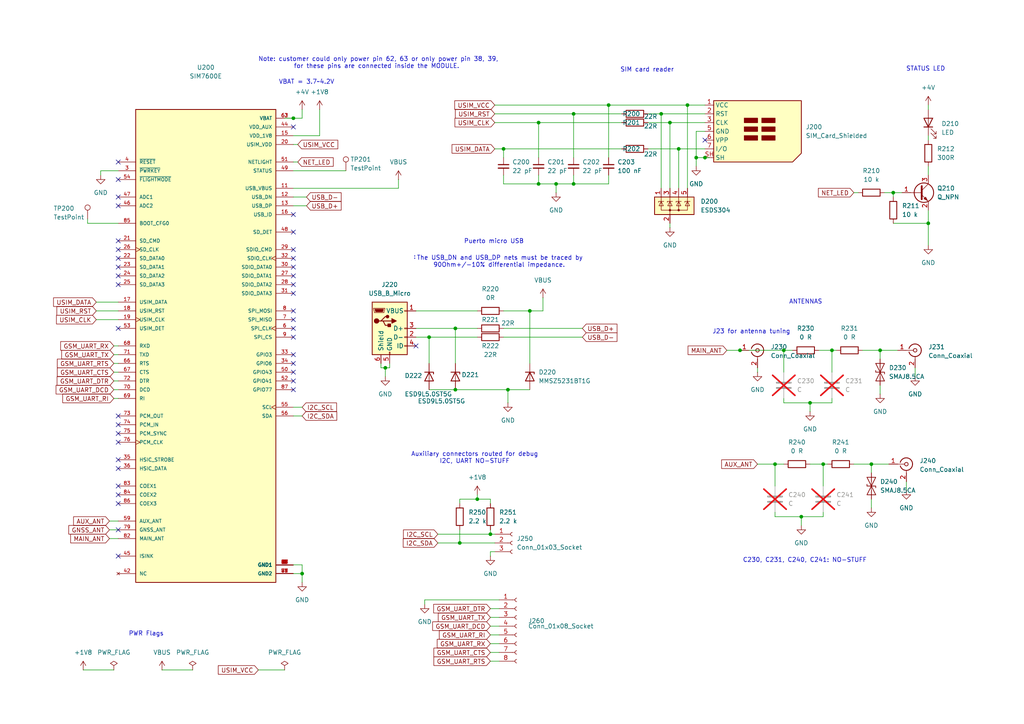
<source format=kicad_sch>
(kicad_sch (version 20250114) (generator "eeschema") (generator_version "9.0")
  (paper "A4")
  (title_block (title "Raspberry Pi HAT+ for UAV Companion Computer") (date "2025-07-14") (company "Diseño Avanzado Circuitos Impresos - FCEIA - UNR - Rodrigo Maero") (comment 1 "GSM 4G transmitter - antennas") (comment 2 "SIM7600"))
  (lib_symbols
    (symbol "Connector:Conn_01x03_Socket" (pin_names (offset 1.016) (hide yes))
      (property "Reference" "J" (at 0 5.08 0))
      (property "Value" "Conn_01x03_Socket" (at 0 -5.08 0))
      (symbol "Conn_01x03_Socket_1_1"
        (pin passive line (at -5.08 2.54 0) (length 3.81) (name "Pin_1") (number "1"))
        (pin passive line (at -5.08 0 0) (length 3.81) (name "Pin_2") (number "2"))
        (pin passive line (at -5.08 -2.54 0) (length 3.81) (name "Pin_3") (number "3"))
      )
    )
    (symbol "Connector:Conn_01x08_Socket" (pin_names (offset 1.016) (hide yes))
      (property "Reference" "J" (at 0 10.16 0))
      (property "Value" "Conn_01x08_Socket" (at 0 -12.7 0))
      (symbol "Conn_01x08_Socket_1_1"
        (pin passive line (at -5.08 7.62 0) (length 3.81) (name "Pin_1") (number "1"))
        (pin passive line (at -5.08 5.08 0) (length 3.81) (name "Pin_2") (number "2"))
        (pin passive line (at -5.08 2.54 0) (length 3.81) (name "Pin_3") (number "3"))
        (pin passive line (at -5.08 0 0) (length 3.81) (name "Pin_4") (number "4"))
        (pin passive line (at -5.08 -2.54 0) (length 3.81) (name "Pin_5") (number "5"))
        (pin passive line (at -5.08 -5.08 0) (length 3.81) (name "Pin_6") (number "6"))
        (pin passive line (at -5.08 -7.62 0) (length 3.81) (name "Pin_7") (number "7"))
        (pin passive line (at -5.08 -10.16 0) (length 3.81) (name "Pin_8") (number "8"))
      )
    )
    (symbol "Connector:Conn_Coaxial" (pin_names (offset 1.016) (hide yes))
      (property "Reference" "J" (at 0.254 3.048 0))
      (property "Value" "Conn_Coaxial" (at 2.921 0 90))
      (symbol "Conn_Coaxial_1_1"
        (pin passive line (at -5.08 0 0) (length 2.54) (name "In") (number "1"))
        (pin passive line (at 0 -5.08 90) (length 2.54) (name "Ext") (number "2"))
      )
    )
    (symbol "Connector:SIM_Card_Shielded"
      (property "Reference" "J" (at -2.54 12.7 0))
      (property "Value" "SIM_Card_Shielded" (at -1.27 10.16 0))
      (symbol "SIM_Card_Shielded_1_1"
        (pin power_in line (at -12.7 7.62 0) (length 2.54) (name "VCC") (number "1"))
        (pin input line (at -12.7 5.08 0) (length 2.54) (name "RST") (number "2"))
        (pin input line (at -12.7 2.54 0) (length 2.54) (name "CLK") (number "3"))
        (pin power_in line (at -12.7 0 0) (length 2.54) (name "GND") (number "5"))
        (pin input line (at -12.7 -2.54 0) (length 2.54) (name "VPP") (number "6"))
        (pin bidirectional line (at -12.7 -5.08 0) (length 2.54) (name "I/O") (number "7"))
        (pin passive line (at -12.7 -7.62 0) (length 2.54) (name "SH") (number "SH"))
      )
    )
    (symbol "Connector:TestPoint" (pin_numbers (hide yes)) (pin_names (offset 0.762) (hide yes))
      (property "Reference" "TP" (at 0 6.858 0))
      (property "Value" "TestPoint" (at 0 5.08 0))
      (symbol "TestPoint_1_1"
        (pin passive line (at 0 0 90) (length 2.54) (name "1") (number "1"))
      )
    )
    (symbol "Connector:USB_B_Micro" (pin_names (offset 1.016))
      (property "Reference" "J" (at -5.08 11.43 0))
      (property "Value" "USB_B_Micro" (at -5.08 8.89 0))
      (symbol "USB_B_Micro_1_1"
        (pin passive line (at -2.54 -10.16 90) (length 2.54) (name "Shield") (number "6"))
        (pin power_out line (at 0 -10.16 90) (length 2.54) (name "GND") (number "5"))
        (pin power_out line (at 7.62 5.08 180) (length 2.54) (name "VBUS") (number "1"))
        (pin bidirectional line (at 7.62 0 180) (length 2.54) (name "D+") (number "3"))
        (pin bidirectional line (at 7.62 -2.54 180) (length 2.54) (name "D-") (number "2"))
        (pin passive line (at 7.62 -5.08 180) (length 2.54) (name "ID") (number "4"))
      )
    )
    (symbol "Device:C" (pin_numbers (hide yes)) (pin_names (offset 0.254))
      (property "Reference" "C" (at 0.635 2.54 0))
      (property "Value" "C" (at 0.635 -2.54 0))
      (symbol "C_1_1"
        (pin passive line (at 0 3.81 270) (length 2.794) (name "~") (number "1"))
        (pin passive line (at 0 -3.81 90) (length 2.794) (name "~") (number "2"))
      )
    )
    (symbol "Device:C_Small" (pin_numbers (hide yes)) (pin_names (offset 0.254) (hide yes))
      (property "Reference" "C" (at 0.254 1.778 0))
      (property "Value" "C_Small" (at 0.254 -2.032 0))
      (symbol "C_Small_1_1"
        (pin passive line (at 0 2.54 270) (length 2.032) (name "~") (number "1"))
        (pin passive line (at 0 -2.54 90) (length 2.032) (name "~") (number "2"))
      )
    )
    (symbol "Device:D_Zener" (pin_numbers (hide yes)) (pin_names (offset 1.016) (hide yes))
      (property "Reference" "D" (at 0 2.54 0))
      (property "Value" "D_Zener" (at 0 -2.54 0))
      (symbol "D_Zener_1_1"
        (pin passive line (at -3.81 0 0) (length 2.54) (name "K") (number "1"))
        (pin passive line (at 3.81 0 180) (length 2.54) (name "A") (number "2"))
      )
    )
    (symbol "Device:LED" (pin_numbers (hide yes)) (pin_names (offset 1.016) (hide yes))
      (property "Reference" "D" (at 0 2.54 0))
      (property "Value" "LED" (at 0 -2.54 0))
      (symbol "LED_1_1"
        (pin passive line (at -3.81 0 0) (length 2.54) (name "K") (number "1"))
        (pin passive line (at 3.81 0 180) (length 2.54) (name "A") (number "2"))
      )
    )
    (symbol "Device:R" (pin_numbers (hide yes)) (pin_names (offset 0))
      (property "Reference" "R" (at 2.032 0 90))
      (property "Value" "R" (at 0 0 90))
      (symbol "R_1_1"
        (pin passive line (at 0 3.81 270) (length 1.27) (name "~") (number "1"))
        (pin passive line (at 0 -3.81 90) (length 1.27) (name "~") (number "2"))
      )
    )
    (symbol "Diode:SMAJ8.5CA" (pin_numbers (hide yes)) (pin_names (offset 1.016) (hide yes))
      (property "Reference" "D" (at 0 2.54 0))
      (property "Value" "SMAJ8.5CA" (at 0 -2.54 0))
      (symbol "SMAJ8.5CA_1_1"
        (pin passive line (at -3.81 0 0) (length 2.54) (name "A1") (number "1"))
        (pin passive line (at 3.81 0 180) (length 2.54) (name "A2") (number "2"))
      )
    )
    (symbol "Power_Protection:ESDS304" (pin_names (hide yes))
      (property "Reference" "D" (at 7.62 2.54 0))
      (property "Value" "ESDS304" (at 7.62 0.635 0))
      (symbol "ESDS304_0_0"
        (pin passive line (at 0 -5.08 90) (length 2.54) (name "A") (number "2"))
      )
      (symbol "ESDS304_1_1"
        (pin passive line (at -2.54 5.08 270) (length 2.54) (name "K") (number "1"))
        (pin passive line (at 0 5.08 270) (length 2.54) (name "K") (number "3"))
        (pin passive line (at 2.54 5.08 270) (length 2.54) (name "K") (number "4"))
        (pin passive line (at 5.08 5.08 270) (length 2.54) (name "K") (number "5"))
      )
    )
    (symbol "SIM7600E:SIM7600E" (pin_names (offset 1.016))
      (property "Reference" "U200" (at 0 80.772 0))
      (property "Value" "SIM7600E" (at 0 78.232 0))
      (symbol "SIM7600E_0_0"
        (pin input line (at -25.4 53.34 0) (length 5.08) (name "~{RESET}") (number "4"))
        (pin input line (at -25.4 50.8 0) (length 5.08) (name "~{PWRKEY}") (number "3"))
        (pin input line (at -25.4 48.26 0) (length 5.08) (name "~{FLIGHTMODE}") (number "54"))
        (pin input line (at -25.4 43.18 0) (length 5.08) (name "ADC1") (number "47"))
        (pin input line (at -25.4 40.64 0) (length 5.08) (name "ADC2") (number "46"))
        (pin input line (at -25.4 35.56 0) (length 5.08) (name "BOOT_CFG0") (number "85"))
        (pin output line (at -25.4 30.48 0) (length 5.08) (name "SD_CMD") (number "21"))
        (pin output clock (at -25.4 27.94 0) (length 5.08) (name "SD_CLK") (number "26"))
        (pin bidirectional line (at -25.4 25.4 0) (length 5.08) (name "SD_DATA0") (number "22"))
        (pin bidirectional line (at -25.4 22.86 0) (length 5.08) (name "SD_DATA1") (number "23"))
        (pin bidirectional line (at -25.4 20.32 0) (length 5.08) (name "SD_DATA2") (number "24"))
        (pin bidirectional line (at -25.4 17.78 0) (length 5.08) (name "SD_DATA3") (number "25"))
        (pin bidirectional line (at -25.4 12.7 0) (length 5.08) (name "USIM_DATA") (number "17"))
        (pin output line (at -25.4 10.16 0) (length 5.08) (name "USIM_RST") (number "18"))
        (pin output clock (at -25.4 7.62 0) (length 5.08) (name "USIM_CLK") (number "19"))
        (pin bidirectional line (at -25.4 5.08 0) (length 5.08) (name "USIM_DET") (number "53"))
        (pin input line (at -25.4 0 0) (length 5.08) (name "RXD") (number "68"))
        (pin output line (at -25.4 -2.54 0) (length 5.08) (name "TXD") (number "71"))
        (pin output line (at -25.4 -5.08 0) (length 5.08) (name "RTS") (number "66"))
        (pin input line (at -25.4 -7.62 0) (length 5.08) (name "CTS") (number "67"))
        (pin input line (at -25.4 -10.16 0) (length 5.08) (name "DTR") (number "72"))
        (pin output line (at -25.4 -12.7 0) (length 5.08) (name "DCD") (number "70"))
        (pin output line (at -25.4 -15.24 0) (length 5.08) (name "RI") (number "69"))
        (pin output line (at -25.4 -20.32 0) (length 5.08) (name "PCM_OUT") (number "73"))
        (pin input line (at -25.4 -22.86 0) (length 5.08) (name "PCM_IN") (number "74"))
        (pin output line (at -25.4 -25.4 0) (length 5.08) (name "PCM_SYNC") (number "75"))
        (pin output clock (at -25.4 -27.94 0) (length 5.08) (name "PCM_CLK") (number "76"))
        (pin output line (at -25.4 -33.02 0) (length 5.08) (name "HSIC_STROBE") (number "35"))
        (pin bidirectional line (at -25.4 -35.56 0) (length 5.08) (name "HSIC_DATA") (number "36"))
        (pin bidirectional line (at -25.4 -40.64 0) (length 5.08) (name "COEX1") (number "83"))
        (pin bidirectional line (at -25.4 -43.18 0) (length 5.08) (name "COEX2") (number "84"))
        (pin bidirectional line (at -25.4 -45.72 0) (length 5.08) (name "COEX3") (number "86"))
        (pin input line (at -25.4 -50.8 0) (length 5.08) (name "AUX_ANT") (number "59"))
        (pin input line (at -25.4 -53.34 0) (length 5.08) (name "GNSS_ANT") (number "79"))
        (pin bidirectional line (at -25.4 -55.88 0) (length 5.08) (name "MAIN_ANT") (number "82"))
        (pin input line (at -25.4 -60.96 0) (length 5.08) (name "ISINK") (number "45"))
        (pin no_connect line (at -25.4 -66.04 0) (length 5.08) (name "NC") (number "42"))
        (pin power_in line (at 25.4 66.04 180) (length 5.08) (name "VBAT") (number "62"))
        (pin power_in line (at 25.4 66.04 180) (length 5.08) (name "VBAT") (number "63"))
        (pin power_in line (at 25.4 63.5 180) (length 5.08) (name "VDD_AUX") (number "44"))
        (pin power_in line (at 25.4 60.96 180) (length 5.08) (name "VDD_1V8") (number "15"))
        (pin power_in line (at 25.4 58.42 180) (length 5.08) (name "USIM_VDD") (number "20"))
        (pin output line (at 25.4 53.34 180) (length 5.08) (name "NETLIGHT") (number "51"))
        (pin output line (at 25.4 50.8 180) (length 5.08) (name "STATUS") (number "49"))
        (pin input line (at 25.4 45.72 180) (length 5.08) (name "USB_VBUS") (number "11"))
        (pin bidirectional line (at 25.4 43.18 180) (length 5.08) (name "USB_DN") (number "12"))
        (pin bidirectional line (at 25.4 40.64 180) (length 5.08) (name "USB_DP") (number "13"))
        (pin input line (at 25.4 38.1 180) (length 5.08) (name "USB_ID") (number "16"))
        (pin bidirectional line (at 25.4 33.02 180) (length 5.08) (name "SD_DET") (number "48"))
        (pin output line (at 25.4 27.94 180) (length 5.08) (name "SDIO_CMD") (number "29"))
        (pin output clock (at 25.4 25.4 180) (length 5.08) (name "SDIO_CLK") (number "32"))
        (pin bidirectional line (at 25.4 22.86 180) (length 5.08) (name "SDIO_DATA0") (number "30"))
        (pin bidirectional line (at 25.4 20.32 180) (length 5.08) (name "SDIO_DATA1") (number "27"))
        (pin bidirectional line (at 25.4 17.78 180) (length 5.08) (name "SDIO_DATA2") (number "28"))
        (pin bidirectional line (at 25.4 15.24 180) (length 5.08) (name "SDIO_DATA3") (number "31"))
        (pin output line (at 25.4 10.16 180) (length 5.08) (name "SPI_MOSI") (number "8"))
        (pin input line (at 25.4 7.62 180) (length 5.08) (name "SPI_MISO") (number "7"))
        (pin output clock (at 25.4 5.08 180) (length 5.08) (name "SPI_CLK") (number "6"))
        (pin output line (at 25.4 2.54 180) (length 5.08) (name "SPI_CS") (number "9"))
        (pin bidirectional line (at 25.4 -2.54 180) (length 5.08) (name "GPIO3") (number "33"))
        (pin bidirectional line (at 25.4 -5.08 180) (length 5.08) (name "GPIO6") (number "34"))
        (pin bidirectional line (at 25.4 -7.62 180) (length 5.08) (name "GPIO43") (number "50"))
        (pin bidirectional line (at 25.4 -10.16 180) (length 5.08) (name "GPIO41") (number "52"))
        (pin bidirectional line (at 25.4 -12.7 180) (length 5.08) (name "GPIO77") (number "87"))
        (pin output clock (at 25.4 -17.78 180) (length 5.08) (name "SCL") (number "55"))
        (pin bidirectional line (at 25.4 -20.32 180) (length 5.08) (name "SDA") (number "56"))
        (pin power_in line (at 25.4 -63.5 180) (length 5.08) (name "GND1") (number "1"))
        (pin power_in line (at 25.4 -63.5 180) (length 5.08) (name "GND1") (number "10"))
        (pin power_in line (at 25.4 -63.5 180) (length 5.08) (name "GND1") (number "14"))
        (pin power_in line (at 25.4 -63.5 180) (length 5.08) (name "GND1") (number "2"))
        (pin power_in line (at 25.4 -63.5 180) (length 5.08) (name "GND1") (number "37"))
        (pin power_in line (at 25.4 -63.5 180) (length 5.08) (name "GND1") (number "40"))
        (pin power_in line (at 25.4 -63.5 180) (length 5.08) (name "GND1") (number "41"))
        (pin power_in line (at 25.4 -63.5 180) (length 5.08) (name "GND1") (number "43"))
        (pin power_in line (at 25.4 -63.5 180) (length 5.08) (name "GND1") (number "5"))
        (pin power_in line (at 25.4 -63.5 180) (length 5.08) (name "GND1") (number "57"))
        (pin power_in line (at 25.4 -63.5 180) (length 5.08) (name "GND1") (number "58"))
        (pin power_in line (at 25.4 -63.5 180) (length 5.08) (name "GND1") (number "60"))
        (pin power_in line (at 25.4 -63.5 180) (length 5.08) (name "GND1") (number "61"))
        (pin power_in line (at 25.4 -63.5 180) (length 5.08) (name "GND1") (number "64"))
        (pin power_in line (at 25.4 -63.5 180) (length 5.08) (name "GND1") (number "65"))
        (pin power_in line (at 25.4 -66.04 180) (length 5.08) (name "GND2") (number "77"))
        (pin power_in line (at 25.4 -66.04 180) (length 5.08) (name "GND2") (number "78"))
        (pin power_in line (at 25.4 -66.04 180) (length 5.08) (name "GND2") (number "80"))
        (pin power_in line (at 25.4 -66.04 180) (length 5.08) (name "GND2") (number "81"))
      )
    )
    (symbol "Transistor_BJT:BC817" (pin_names (offset 0) (hide yes))
      (property "Reference" "Q" (at 5.08 1.905 0))
      (property "Value" "BC817" (at 5.08 0 0))
      (symbol "BC817_1_1"
        (pin input line (at -5.08 0 0) (length 2.54) (name "B") (number "1"))
        (pin passive line (at 2.54 5.08 270) (length 2.54) (name "C") (number "3"))
        (pin passive line (at 2.54 -5.08 90) (length 2.54) (name "E") (number "2"))
      )
    )
    (symbol "power:+1V8" (power) (pin_numbers (hide yes)) (pin_names (offset 0) (hide yes))
      (property "Value" "+1V8" (at 0 3.556 0))
      (symbol "+1V8_1_1"
        (pin power_in line (at 0 0 90) (length 0) (name "~") (number "1"))
      )
    )
    (symbol "power:+4V" (power) (pin_numbers (hide yes)) (pin_names (offset 0) (hide yes))
      (property "Value" "+4V" (at 0 3.556 0))
      (symbol "+4V_1_1"
        (pin power_in line (at 0 0 90) (length 0) (name "~") (number "1"))
      )
    )
    (symbol "power:+5V" (power) (pin_numbers (hide yes)) (pin_names (offset 0) (hide yes))
      (property "Value" "+5V" (at 0 3.556 0))
      (symbol "+5V_1_1"
        (pin power_in line (at 0 0 90) (length 0) (name "~") (number "1"))
      )
    )
    (symbol "power:GND" (power) (pin_numbers (hide yes)) (pin_names (offset 0) (hide yes))
      (property "Value" "GND" (at 0 -3.81 0))
      (symbol "GND_1_1"
        (pin power_in line (at 0 0 270) (length 0) (name "~") (number "1"))
      )
    )
    (symbol "power:PWR_FLAG" (power) (pin_numbers (hide yes)) (pin_names (offset 0) (hide yes))
      (property "Value" "PWR_FLAG" (at 0 3.81 0))
      (symbol "PWR_FLAG_0_0"
        (pin power_out line (at 0 0 90) (length 0) (name "~") (number "1"))
      )
    )
    (symbol "power:VBUS" (power) (pin_numbers (hide yes)) (pin_names (offset 0) (hide yes))
      (property "Value" "VBUS" (at 0 3.556 0))
      (symbol "VBUS_1_1"
        (pin power_in line (at 0 0 90) (length 0) (name "~") (number "1"))
      )
    )
  )
  (text "SIM card reader" (at 187.706 20.32 0) (effects (font (size 1.27 1.27))))
  (text "Auxiliary connectors routed for debug\nI2C, UART NO-STUFF" (at 137.668 132.842 0) (effects (font (size 1.27 1.27))))
  (text "STATUS LED" (at 268.478 20.066 0) (effects (font (size 1.27 1.27))))
  (text "Puerto micro USB" (at 143.256 70.104 0) (effects (font (size 1.27 1.27))))
  (text "VBAT = 3.7~4.2V " (at 89.408 23.876 0) (effects (font (size 1.27 1.27))))
  (text "PWR Flags" (at 42.418 183.896 0) (effects (font (size 1.27 1.27))))
  (text "C230, C231, C240, C241: NO-STUFF" (at 233.426 162.56 0) (effects (font (size 1.27 1.27))))
  (text "Note: customer could only power pin 62, 63 or only power pin 38, 39,\nfor these pins are connected inside the MODULE. " (at 109.728 18.288 0) (effects (font (size 1.27 1.27))))
  (text "ANTENNAS" (at 233.68 87.63 0) (effects (font (size 1.27 1.27))))
  (text "J23 for antenna tuning" (at 217.932 96.266 0) (effects (font (size 1.27 1.27))))
  (text "：The USB_DN and USB_DP nets must be traced by \n90Ohm+/-10% differential impedance." (at 144.78 75.946 0) (effects (font (size 1.27 1.27))))
  (junction (at 224.79 134.62))
  (junction (at 156.21 35.56))
  (junction (at 241.3 101.6))
  (junction (at 199.39 30.48))
  (junction (at 124.46 97.79))
  (junction (at 238.76 134.62))
  (junction (at 255.27 101.6))
  (junction (at 214.63 101.6))
  (junction (at 259.08 55.88))
  (junction (at 194.31 35.56))
  (junction (at 201.93 45.72))
  (junction (at 111.76 106.68))
  (junction (at 138.43 144.78))
  (junction (at 269.24 64.77))
  (junction (at 156.21 53.34))
  (junction (at 234.95 116.84))
  (junction (at 142.24 154.94))
  (junction (at 176.53 30.48))
  (junction (at 196.85 43.18))
  (junction (at 146.05 43.18))
  (junction (at 166.37 53.34))
  (junction (at 147.32 113.03))
  (junction (at 161.29 53.34))
  (junction (at 252.73 134.62))
  (junction (at 204.47 45.72))
  (junction (at 227.33 101.6))
  (junction (at 153.67 90.17))
  (junction (at 232.41 149.86))
  (junction (at 132.08 113.03))
  (junction (at 87.63 166.37))
  (junction (at 85.09 34.29))
  (junction (at 132.08 95.25))
  (junction (at 133.35 157.48))
  (junction (at 166.37 33.02))
  (junction (at 191.77 33.02))
  (no_connect (at 34.29 128.27))
  (no_connect (at 85.09 72.39))
  (no_connect (at 85.09 77.47))
  (no_connect (at 120.65 100.33))
  (no_connect (at 34.29 52.07))
  (no_connect (at 85.09 85.09))
  (no_connect (at 85.09 102.87))
  (no_connect (at 85.09 95.25))
  (no_connect (at 34.29 135.89))
  (no_connect (at 85.09 82.55))
  (no_connect (at 34.29 82.55))
  (no_connect (at 34.29 161.29))
  (no_connect (at 34.29 77.47))
  (no_connect (at 85.09 74.93))
  (no_connect (at 85.09 107.95))
  (no_connect (at 34.29 140.97))
  (no_connect (at 85.09 92.71))
  (no_connect (at 85.09 62.23))
  (no_connect (at 34.29 59.69))
  (no_connect (at 85.09 113.03))
  (no_connect (at 34.29 123.19))
  (no_connect (at 34.29 46.99))
  (no_connect (at 34.29 69.85))
  (no_connect (at 34.29 133.35))
  (no_connect (at 204.47 40.64))
  (no_connect (at 34.29 120.65))
  (no_connect (at 34.29 74.93))
  (no_connect (at 34.29 153.67))
  (no_connect (at 85.09 80.01))
  (no_connect (at 34.29 57.15))
  (no_connect (at 34.29 146.05))
  (no_connect (at 85.09 67.31))
  (no_connect (at 34.29 80.01))
  (no_connect (at 85.09 110.49))
  (no_connect (at 34.29 125.73))
  (no_connect (at 34.29 95.25))
  (no_connect (at 85.09 105.41))
  (no_connect (at 34.29 72.39))
  (no_connect (at 85.09 90.17))
  (no_connect (at 85.09 36.83))
  (no_connect (at 85.09 97.79))
  (no_connect (at 34.29 143.51))
  (wire (pts (xy 146.05 43.18) (xy 146.05 45.72)))
  (wire (pts (xy 142.24 179.07) (xy 144.78 179.07)))
  (wire (pts (xy 252.73 134.62) (xy 252.73 137.16)))
  (wire (pts (xy 219.71 134.62) (xy 224.79 134.62)))
  (wire (pts (xy 143.51 43.18) (xy 146.05 43.18)))
  (wire (pts (xy 147.32 113.03) (xy 147.32 116.84)))
  (wire (pts (xy 142.24 184.15) (xy 144.78 184.15)))
  (wire (pts (xy 27.94 90.17) (xy 34.29 90.17)))
  (wire (pts (xy 250.19 101.6) (xy 255.27 101.6)))
  (wire (pts (xy 176.53 53.34) (xy 166.37 53.34)))
  (wire (pts (xy 255.27 101.6) (xy 255.27 104.14)))
  (wire (pts (xy 176.53 30.48) (xy 176.53 45.72)))
  (wire (pts (xy 201.93 45.72) (xy 204.47 45.72)))
  (wire (pts (xy 115.57 54.61) (xy 115.57 52.07)))
  (wire (pts (xy 224.79 134.62) (xy 227.33 134.62)))
  (wire (pts (xy 25.4 63.5) (xy 25.4 64.77)))
  (wire (pts (xy 127 157.48) (xy 133.35 157.48)))
  (wire (pts (xy 85.09 34.29) (xy 87.63 34.29)))
  (wire (pts (xy 33.02 113.03) (xy 34.29 113.03)))
  (wire (pts (xy 85.09 120.65) (xy 87.63 120.65)))
  (wire (pts (xy 269.24 39.37) (xy 269.24 40.64)))
  (wire (pts (xy 247.65 134.62) (xy 252.73 134.62)))
  (wire (pts (xy 196.85 43.18) (xy 196.85 54.61)))
  (wire (pts (xy 156.21 50.8) (xy 156.21 53.34)))
  (wire (pts (xy 238.76 134.62) (xy 240.03 134.62)))
  (wire (pts (xy 142.24 191.77) (xy 144.78 191.77)))
  (wire (pts (xy 227.33 116.84) (xy 227.33 115.57)))
  (wire (pts (xy 153.67 90.17) (xy 157.48 90.17)))
  (wire (pts (xy 234.95 134.62) (xy 238.76 134.62)))
  (wire (pts (xy 74.93 194.31) (xy 82.55 194.31)))
  (wire (pts (xy 146.05 43.18) (xy 180.34 43.18)))
  (wire (pts (xy 120.65 97.79) (xy 124.46 97.79)))
  (wire (pts (xy 25.4 64.77) (xy 34.29 64.77)))
  (wire (pts (xy 194.31 35.56) (xy 194.31 54.61)))
  (wire (pts (xy 143.51 160.02) (xy 142.24 160.02)))
  (wire (pts (xy 234.95 116.84) (xy 227.33 116.84)))
  (wire (pts (xy 153.67 90.17) (xy 153.67 105.41)))
  (wire (pts (xy 191.77 54.61) (xy 191.77 33.02)))
  (wire (pts (xy 27.94 87.63) (xy 34.29 87.63)))
  (wire (pts (xy 196.85 43.18) (xy 204.47 43.18)))
  (wire (pts (xy 142.24 154.94) (xy 143.51 154.94)))
  (wire (pts (xy 132.08 113.03) (xy 147.32 113.03)))
  (wire (pts (xy 120.65 95.25) (xy 132.08 95.25)))
  (wire (pts (xy 187.96 43.18) (xy 196.85 43.18)))
  (wire (pts (xy 269.24 64.77) (xy 269.24 71.12)))
  (wire (pts (xy 142.24 153.67) (xy 142.24 154.94)))
  (wire (pts (xy 191.77 33.02) (xy 204.47 33.02)))
  (wire (pts (xy 166.37 33.02) (xy 166.37 45.72)))
  (wire (pts (xy 161.29 53.34) (xy 161.29 55.88)))
  (wire (pts (xy 31.75 153.67) (xy 34.29 153.67)))
  (wire (pts (xy 132.08 95.25) (xy 138.43 95.25)))
  (wire (pts (xy 33.02 107.95) (xy 34.29 107.95)))
  (wire (pts (xy 110.49 106.68) (xy 111.76 106.68)))
  (wire (pts (xy 133.35 157.48) (xy 143.51 157.48)))
  (wire (pts (xy 29.21 49.53) (xy 29.21 50.8)))
  (wire (pts (xy 256.54 55.88) (xy 259.08 55.88)))
  (wire (pts (xy 142.24 186.69) (xy 144.78 186.69)))
  (wire (pts (xy 146.05 53.34) (xy 156.21 53.34)))
  (wire (pts (xy 92.71 31.75) (xy 92.71 39.37)))
  (wire (pts (xy 241.3 116.84) (xy 234.95 116.84)))
  (wire (pts (xy 176.53 50.8) (xy 176.53 53.34)))
  (wire (pts (xy 234.95 116.84) (xy 234.95 119.38)))
  (wire (pts (xy 166.37 50.8) (xy 166.37 53.34)))
  (wire (pts (xy 241.3 101.6) (xy 242.57 101.6)))
  (wire (pts (xy 123.19 173.99) (xy 123.19 175.26)))
  (wire (pts (xy 176.53 30.48) (xy 199.39 30.48)))
  (wire (pts (xy 146.05 95.25) (xy 168.91 95.25)))
  (wire (pts (xy 33.02 102.87) (xy 34.29 102.87)))
  (wire (pts (xy 142.24 160.02) (xy 142.24 161.29)))
  (wire (pts (xy 227.33 101.6) (xy 229.87 101.6)))
  (wire (pts (xy 147.32 113.03) (xy 153.67 113.03)))
  (wire (pts (xy 110.49 105.41) (xy 110.49 106.68)))
  (wire (pts (xy 166.37 33.02) (xy 180.34 33.02)))
  (wire (pts (xy 238.76 148.59) (xy 238.76 149.86)))
  (wire (pts (xy 133.35 153.67) (xy 133.35 157.48)))
  (wire (pts (xy 238.76 149.86) (xy 232.41 149.86)))
  (wire (pts (xy 85.09 46.99) (xy 86.36 46.99)))
  (wire (pts (xy 85.09 57.15) (xy 88.9 57.15)))
  (wire (pts (xy 120.65 90.17) (xy 138.43 90.17)))
  (wire (pts (xy 111.76 106.68) (xy 111.76 109.22)))
  (wire (pts (xy 255.27 101.6) (xy 260.35 101.6)))
  (wire (pts (xy 85.09 54.61) (xy 115.57 54.61)))
  (wire (pts (xy 132.08 95.25) (xy 132.08 105.41)))
  (wire (pts (xy 224.79 134.62) (xy 224.79 140.97)))
  (wire (pts (xy 166.37 53.34) (xy 161.29 53.34)))
  (wire (pts (xy 143.51 30.48) (xy 176.53 30.48)))
  (wire (pts (xy 31.75 151.13) (xy 34.29 151.13)))
  (wire (pts (xy 157.48 90.17) (xy 157.48 86.36)))
  (wire (pts (xy 142.24 181.61) (xy 144.78 181.61)))
  (wire (pts (xy 199.39 30.48) (xy 199.39 54.61)))
  (wire (pts (xy 146.05 90.17) (xy 153.67 90.17)))
  (wire (pts (xy 85.09 163.83) (xy 87.63 163.83)))
  (wire (pts (xy 27.94 92.71) (xy 34.29 92.71)))
  (wire (pts (xy 143.51 33.02) (xy 166.37 33.02)))
  (wire (pts (xy 262.89 139.7) (xy 262.89 142.24)))
  (wire (pts (xy 156.21 35.56) (xy 156.21 45.72)))
  (wire (pts (xy 124.46 97.79) (xy 124.46 105.41)))
  (wire (pts (xy 143.51 35.56) (xy 156.21 35.56)))
  (wire (pts (xy 82.55 34.29) (xy 85.09 34.29)))
  (wire (pts (xy 252.73 144.78) (xy 252.73 147.32)))
  (wire (pts (xy 194.31 64.77) (xy 194.31 66.04)))
  (wire (pts (xy 238.76 134.62) (xy 238.76 140.97)))
  (wire (pts (xy 87.63 31.75) (xy 87.63 34.29)))
  (wire (pts (xy 85.09 166.37) (xy 87.63 166.37)))
  (wire (pts (xy 123.19 173.99) (xy 144.78 173.99)))
  (wire (pts (xy 133.35 144.78) (xy 138.43 144.78)))
  (wire (pts (xy 199.39 30.48) (xy 204.47 30.48)))
  (wire (pts (xy 224.79 149.86) (xy 224.79 148.59)))
  (wire (pts (xy 255.27 111.76) (xy 255.27 114.3)))
  (wire (pts (xy 24.13 194.31) (xy 33.02 194.31)))
  (wire (pts (xy 269.24 48.26) (xy 269.24 50.8)))
  (wire (pts (xy 85.09 118.11) (xy 87.63 118.11)))
  (wire (pts (xy 247.65 55.88) (xy 248.92 55.88)))
  (wire (pts (xy 201.93 45.72) (xy 201.93 48.26)))
  (wire (pts (xy 142.24 189.23) (xy 144.78 189.23)))
  (wire (pts (xy 187.96 33.02) (xy 191.77 33.02)))
  (wire (pts (xy 194.31 35.56) (xy 204.47 35.56)))
  (wire (pts (xy 146.05 53.34) (xy 146.05 50.8)))
  (wire (pts (xy 237.49 101.6) (xy 241.3 101.6)))
  (wire (pts (xy 232.41 149.86) (xy 224.79 149.86)))
  (wire (pts (xy 138.43 143.51) (xy 138.43 144.78)))
  (wire (pts (xy 201.93 38.1) (xy 201.93 45.72)))
  (wire (pts (xy 33.02 100.33) (xy 34.29 100.33)))
  (wire (pts (xy 113.03 105.41) (xy 113.03 106.68)))
  (wire (pts (xy 241.3 101.6) (xy 241.3 107.95)))
  (wire (pts (xy 204.47 38.1) (xy 201.93 38.1)))
  (wire (pts (xy 269.24 60.96) (xy 269.24 64.77)))
  (wire (pts (xy 214.63 101.6) (xy 227.33 101.6)))
  (wire (pts (xy 29.21 49.53) (xy 34.29 49.53)))
  (wire (pts (xy 227.33 101.6) (xy 227.33 107.95)))
  (wire (pts (xy 87.63 163.83) (xy 87.63 166.37)))
  (wire (pts (xy 124.46 113.03) (xy 132.08 113.03)))
  (wire (pts (xy 85.09 41.91) (xy 86.36 41.91)))
  (wire (pts (xy 87.63 166.37) (xy 87.63 168.91)))
  (wire (pts (xy 259.08 55.88) (xy 259.08 57.15)))
  (wire (pts (xy 269.24 30.48) (xy 269.24 31.75)))
  (wire (pts (xy 204.47 45.72) (xy 205.74 45.72)))
  (wire (pts (xy 265.43 106.68) (xy 265.43 109.22)))
  (wire (pts (xy 100.33 49.53) (xy 85.09 49.53)))
  (wire (pts (xy 85.09 59.69) (xy 88.9 59.69)))
  (wire (pts (xy 232.41 149.86) (xy 232.41 152.4)))
  (wire (pts (xy 146.05 97.79) (xy 168.91 97.79)))
  (wire (pts (xy 127 154.94) (xy 142.24 154.94)))
  (wire (pts (xy 252.73 134.62) (xy 257.81 134.62)))
  (wire (pts (xy 142.24 176.53) (xy 144.78 176.53)))
  (wire (pts (xy 210.82 101.6) (xy 214.63 101.6)))
  (wire (pts (xy 111.76 106.68) (xy 113.03 106.68)))
  (wire (pts (xy 259.08 55.88) (xy 261.62 55.88)))
  (wire (pts (xy 161.29 53.34) (xy 156.21 53.34)))
  (wire (pts (xy 259.08 64.77) (xy 269.24 64.77)))
  (wire (pts (xy 124.46 97.79) (xy 138.43 97.79)))
  (wire (pts (xy 133.35 146.05) (xy 133.35 144.78)))
  (wire (pts (xy 156.21 35.56) (xy 180.34 35.56)))
  (wire (pts (xy 138.43 144.78) (xy 142.24 144.78)))
  (wire (pts (xy 33.02 110.49) (xy 34.29 110.49)))
  (wire (pts (xy 46.99 194.31) (xy 55.88 194.31)))
  (wire (pts (xy 187.96 35.56) (xy 194.31 35.56)))
  (wire (pts (xy 85.09 39.37) (xy 92.71 39.37)))
  (wire (pts (xy 142.24 144.78) (xy 142.24 146.05)))
  (wire (pts (xy 241.3 115.57) (xy 241.3 116.84)))
  (wire (pts (xy 219.71 106.68) (xy 219.71 107.95)))
  (wire (pts (xy 31.75 156.21) (xy 34.29 156.21)))
  (wire (pts (xy 33.02 105.41) (xy 34.29 105.41)))
  (wire (pts (xy 33.02 115.57) (xy 34.29 115.57)))
  (global_label "GSM_UART_CTS" (shape input) (at 142.24 189.23 180) (property "Intersheetrefs" "${INTERSHEET_REFS}" (effects (hide yes))))
  (global_label "GSM_UART_DCD" (shape input) (at 33.02 113.03 180) (property "Intersheetrefs" "${INTERSHEET_REFS}" (effects (hide yes))))
  (global_label "GSM_UART_RI" (shape input) (at 142.24 184.15 180) (property "Intersheetrefs" "${INTERSHEET_REFS}" (effects (hide yes))))
  (global_label "USIM_DATA" (shape input) (at 27.94 87.63 180) (property "Intersheetrefs" "${INTERSHEET_REFS}" (effects (hide yes))))
  (global_label "AUX_ANT" (shape input) (at 31.75 151.13 180) (property "Intersheetrefs" "${INTERSHEET_REFS}" (effects (hide yes))))
  (global_label "GSM_UART_RTS" (shape input) (at 33.02 105.41 180) (property "Intersheetrefs" "${INTERSHEET_REFS}" (effects (hide yes))))
  (global_label "I2C_SDA" (shape input) (at 127 157.48 180) (property "Intersheetrefs" "${INTERSHEET_REFS}" (effects (hide yes))))
  (global_label "NET_LED" (shape input) (at 247.65 55.88 180) (property "Intersheetrefs" "${INTERSHEET_REFS}" (effects (hide yes))))
  (global_label "GSM_UART_DTR" (shape input) (at 142.24 176.53 180) (property "Intersheetrefs" "${INTERSHEET_REFS}" (effects (hide yes))))
  (global_label "USIM_VCC" (shape input) (at 86.36 41.91 0) (property "Intersheetrefs" "${INTERSHEET_REFS}" (effects (hide yes))))
  (global_label "I2C_SDA" (shape input) (at 87.63 120.65 0) (property "Intersheetrefs" "${INTERSHEET_REFS}" (effects (hide yes))))
  (global_label "USB_D+" (shape input) (at 88.9 59.69 0) (property "Intersheetrefs" "${INTERSHEET_REFS}" (effects (hide yes))))
  (global_label "USIM_CLK" (shape input) (at 27.94 92.71 180) (property "Intersheetrefs" "${INTERSHEET_REFS}" (effects (hide yes))))
  (global_label "GSM_UART_TX" (shape input) (at 33.02 102.87 180) (property "Intersheetrefs" "${INTERSHEET_REFS}" (effects (hide yes))))
  (global_label "GSM_UART_RX" (shape input) (at 142.24 186.69 180) (property "Intersheetrefs" "${INTERSHEET_REFS}" (effects (hide yes))))
  (global_label "USB_D-" (shape input) (at 168.91 97.79 0) (property "Intersheetrefs" "${INTERSHEET_REFS}" (effects (hide yes))))
  (global_label "USB_D+" (shape input) (at 168.91 95.25 0) (property "Intersheetrefs" "${INTERSHEET_REFS}" (effects (hide yes))))
  (global_label "USB_D-" (shape input) (at 88.9 57.15 0) (property "Intersheetrefs" "${INTERSHEET_REFS}" (effects (hide yes))))
  (global_label "GSM_UART_CTS" (shape input) (at 33.02 107.95 180) (property "Intersheetrefs" "${INTERSHEET_REFS}" (effects (hide yes))))
  (global_label "USIM_RST" (shape input) (at 143.51 33.02 180) (property "Intersheetrefs" "${INTERSHEET_REFS}" (effects (hide yes))))
  (global_label "GSM_UART_DCD" (shape input) (at 142.24 181.61 180) (property "Intersheetrefs" "${INTERSHEET_REFS}" (effects (hide yes))))
  (global_label "USIM_RST" (shape input) (at 27.94 90.17 180) (property "Intersheetrefs" "${INTERSHEET_REFS}" (effects (hide yes))))
  (global_label "MAIN_ANT" (shape input) (at 31.75 156.21 180) (property "Intersheetrefs" "${INTERSHEET_REFS}" (effects (hide yes))))
  (global_label "USIM_CLK" (shape input) (at 143.51 35.56 180) (property "Intersheetrefs" "${INTERSHEET_REFS}" (effects (hide yes))))
  (global_label "USIM_VCC" (shape input) (at 74.93 194.31 180) (property "Intersheetrefs" "${INTERSHEET_REFS}" (effects (hide yes))))
  (global_label "I2C_SCL" (shape input) (at 87.63 118.11 0) (property "Intersheetrefs" "${INTERSHEET_REFS}" (effects (hide yes))))
  (global_label "GSM_UART_TX" (shape input) (at 142.24 179.07 180) (property "Intersheetrefs" "${INTERSHEET_REFS}" (effects (hide yes))))
  (global_label "GSM_UART_DTR" (shape input) (at 33.02 110.49 180) (property "Intersheetrefs" "${INTERSHEET_REFS}" (effects (hide yes))))
  (global_label "USIM_DATA" (shape input) (at 143.51 43.18 180) (property "Intersheetrefs" "${INTERSHEET_REFS}" (effects (hide yes))))
  (global_label "GNSS_ANT" (shape input) (at 31.75 153.67 180) (property "Intersheetrefs" "${INTERSHEET_REFS}" (effects (hide yes))))
  (global_label "GSM_UART_RX" (shape input) (at 33.02 100.33 180) (property "Intersheetrefs" "${INTERSHEET_REFS}" (effects (hide yes))))
  (global_label "GSM_UART_RI" (shape input) (at 33.02 115.57 180) (property "Intersheetrefs" "${INTERSHEET_REFS}" (effects (hide yes))))
  (global_label "I2C_SCL" (shape input) (at 127 154.94 180) (property "Intersheetrefs" "${INTERSHEET_REFS}" (effects (hide yes))))
  (global_label "AUX_ANT" (shape input) (at 219.71 134.62 180) (property "Intersheetrefs" "${INTERSHEET_REFS}" (effects (hide yes))))
  (global_label "USIM_VCC" (shape input) (at 143.51 30.48 180) (property "Intersheetrefs" "${INTERSHEET_REFS}" (effects (hide yes))))
  (global_label "GSM_UART_RTS" (shape input) (at 142.24 191.77 180) (property "Intersheetrefs" "${INTERSHEET_REFS}" (effects (hide yes))))
  (global_label "NET_LED" (shape input) (at 86.36 46.99 0) (property "Intersheetrefs" "${INTERSHEET_REFS}" (effects (hide yes))))
  (global_label "MAIN_ANT" (shape input) (at 210.82 101.6 180) (property "Intersheetrefs" "${INTERSHEET_REFS}" (effects (hide yes))))
  (symbol (lib_id "power:GND") (at 29.21 50.8 0) (unit 1)
    (property "Reference" "#PWR0173" (effects (hide yes)))
    (property "Value" "GND" (at 29.21 55.88 0))
    (property "Description" "Power symbol creates a global label with name \"GND\" , ground" (effects (hide yes)))
  )
  (symbol (lib_id "power:+4V") (at 87.63 31.75 0) (unit 1)
    (property "Reference" "#PWR0168" (effects (hide yes)))
    (property "Value" "+4V" (at 87.63 26.67 0))
    (property "Description" "Power symbol creates a global label with name \"+4V\"" (effects (hide yes)))
  )
  (symbol (lib_id "Device:R") (at 142.24 149.86 0) (unit 1)
    (property "Reference" "R251" (at 144.78 148.5899 0) (effects (justify left)))
    (property "Value" "2.2 k" (at 144.78 151.1299 0) (effects (justify left)))
    (property "Footprint" "Resistor_SMD:R_0201_0603Metric" (effects (hide yes)))
    (property "Description" "Resistor" (effects (hide yes)))
  )
  (symbol (lib_id "Device:C") (at 227.33 111.76 0) (unit 1) (in_bom no) (dnp yes)
    (property "Reference" "C230" (at 231.14 110.4899 0) (effects (justify left)))
    (property "Value" "C" (at 231.14 113.0299 0) (effects (justify left)))
    (property "Footprint" "Capacitor_SMD:C_0402_1005Metric_Pad0.74x0.62mm_HandSolder" (effects (hide yes)))
    (property "Description" "Unpolarized capacitor" (effects (hide yes)))
  )
  (symbol (lib_id "power:PWR_FLAG") (at 33.02 194.31 0) (unit 1)
    (property "Reference" "#FLG0101" (effects (hide yes)))
    (property "Value" "PWR_FLAG" (at 33.02 189.23 0))
    (property "Description" "Special symbol for telling ERC where power comes from" (effects (hide yes)))
  )
  (symbol (lib_id "power:GND") (at 252.73 147.32 0) (unit 1)
    (property "Reference" "#PWR0154" (effects (hide yes)))
    (property "Value" "GND" (at 252.73 152.4 0))
    (property "Description" "Power symbol creates a global label with name \"GND\" , ground" (effects (hide yes)))
  )
  (symbol (lib_id "Diode:SMAJ8.5CA") (at 252.73 140.97 90) (unit 1)
    (property "Reference" "D240" (at 255.27 139.6999 90) (effects (justify right)))
    (property "Value" "SMAJ8.5CA" (at 255.27 142.2399 90) (effects (justify right)))
    (property "Footprint" "Diode_SMD:D_0402_1005Metric" (effects (hide yes)))
    (property "Datasheet" "https://www.littelfuse.com/media?resourcetype=datasheets&itemid=75e32973-b177-4ee3-a0ff-cedaf1abdb93&filename=smaj-datasheet" (effects (hide yes)))
    (property "Description" "400W bidirectional Transient Voltage Suppressor, 8.5Vr, SMA(DO-214AC)" (effects (hide yes)))
  )
  (symbol (lib_id "Power_Protection:ESDS304") (at 194.31 59.69 0) (unit 1)
    (property "Reference" "D200" (at 203.2 58.4199 0) (effects (justify left)))
    (property "Value" "ESDS304" (at 203.2 60.9599 0) (effects (justify left)))
    (property "Footprint" "Package_TO_SOT_SMD:SOT-23-5" (effects (hide yes)))
    (property "Datasheet" "https://www.ti.com/lit/ds/symlink/esds304.pdf" (effects (hide yes)))
    (property "Description" "4-channel 1Gbps TVS Diode Array, 2.3pF, 4.5V breakdown, 30kV contact & air gap, SOT-23-5" (effects (hide yes)))
  )
  (symbol (lib_id "Device:D_Zener") (at 124.46 109.22 270) (unit 1)
    (property "Reference" "D222" (at 117.348 108.966 90) (effects (justify left)))
    (property "Value" "ESD9L5.0ST5G" (at 117.348 114.3 90) (effects (justify left)))
    (property "Footprint" "Diode_SMD:D_SOD-923" (effects (hide yes)))
    (property "Description" "Zener diode" (effects (hide yes)))
  )
  (symbol (lib_id "power:GND") (at 111.76 109.22 0) (unit 1)
    (property "Reference" "#PWR0166" (effects (hide yes)))
    (property "Value" "GND" (at 111.76 114.3 0))
    (property "Description" "Power symbol creates a global label with name \"GND\" , ground" (effects (hide yes)))
  )
  (symbol (lib_id "Connector:Conn_Coaxial") (at 262.89 134.62 0) (unit 1)
    (property "Reference" "J240" (at 266.7 133.6431 0) (effects (justify left)))
    (property "Value" "Conn_Coaxial" (at 266.7 136.1831 0) (effects (justify left)))
    (property "Footprint" "Connector_Coaxial:U.FL_Hirose_U.FL-R-SMT-1_Vertical" (effects (hide yes)))
    (property "Description" "coaxial connector (BNC, SMA, SMB, SMC, Cinch/RCA, LEMO, ...)" (effects (hide yes)))
  )
  (symbol (lib_id "power:GND") (at 87.63 168.91 0) (unit 1)
    (property "Reference" "#PWR0165" (effects (hide yes)))
    (property "Value" "GND" (at 87.63 173.99 0))
    (property "Description" "Power symbol creates a global label with name \"GND\" , ground" (effects (hide yes)))
  )
  (symbol (lib_id "power:GND") (at 269.24 71.12 0) (unit 1)
    (property "Reference" "#PWR0151" (effects (hide yes)))
    (property "Value" "GND" (at 269.24 76.2 0))
    (property "Description" "Power symbol creates a global label with name \"GND\" , ground" (effects (hide yes)))
  )
  (symbol (lib_id "Device:R") (at 243.84 134.62 90) (unit 1)
    (property "Reference" "R241" (at 243.84 128.27 90))
    (property "Value" "0 R" (at 243.84 130.81 90))
    (property "Footprint" "Resistor_SMD:R_0603_1608Metric_Pad0.98x0.95mm_HandSolder" (effects (hide yes)))
    (property "Description" "Resistor" (effects (hide yes)))
  )
  (symbol (lib_id "Device:R") (at 246.38 101.6 90) (unit 1)
    (property "Reference" "R231" (at 246.38 95.25 90))
    (property "Value" "0 R" (at 246.38 97.79 90))
    (property "Footprint" "Resistor_SMD:R_0603_1608Metric_Pad0.98x0.95mm_HandSolder" (effects (hide yes)))
    (property "Description" "Resistor" (effects (hide yes)))
  )
  (symbol (lib_id "Connector:Conn_Coaxial") (at 265.43 101.6 0) (unit 1)
    (property "Reference" "J231" (at 269.24 100.6231 0) (effects (justify left)))
    (property "Value" "Conn_Coaxial" (at 269.24 103.1631 0) (effects (justify left)))
    (property "Footprint" "Connector_Coaxial:U.FL_Hirose_U.FL-R-SMT-1_Vertical" (effects (hide yes)))
    (property "Description" "coaxial connector (BNC, SMA, SMB, SMC, Cinch/RCA, LEMO, ...)" (effects (hide yes)))
  )
  (symbol (lib_id "Diode:SMAJ8.5CA") (at 255.27 107.95 90) (unit 1)
    (property "Reference" "D230" (at 257.81 106.6799 90) (effects (justify right)))
    (property "Value" "SMAJ8.5CA" (at 257.81 109.2199 90) (effects (justify right)))
    (property "Footprint" "Diode_SMD:D_0402_1005Metric" (effects (hide yes)))
    (property "Datasheet" "https://www.littelfuse.com/media?resourcetype=datasheets&itemid=75e32973-b177-4ee3-a0ff-cedaf1abdb93&filename=smaj-datasheet" (effects (hide yes)))
    (property "Description" "400W bidirectional Transient Voltage Suppressor, 8.5Vr, SMA(DO-214AC)" (effects (hide yes)))
  )
  (symbol (lib_id "Connector:Conn_Coaxial") (at 219.71 101.6 0) (unit 1)
    (property "Reference" "J230" (at 223.52 100.6231 0) (effects (justify left)))
    (property "Value" "Conn_Coaxial" (at 223.52 103.1631 0) (effects (justify left)))
    (property "Footprint" "Connector_Coaxial:U.FL_Hirose_U.FL-R-SMT-1_Vertical" (effects (hide yes)))
    (property "Description" "coaxial connector (BNC, SMA, SMB, SMC, Cinch/RCA, LEMO, ...)" (effects (hide yes)))
  )
  (symbol (lib_id "power:PWR_FLAG") (at 55.88 194.31 0) (unit 1)
    (property "Reference" "#FLG0102" (effects (hide yes)))
    (property "Value" "PWR_FLAG" (at 55.88 189.23 0))
    (property "Description" "Special symbol for telling ERC where power comes from" (effects (hide yes)))
  )
  (symbol (lib_id "SIM7600E:SIM7600E") (at 59.69 100.33 0) (unit 1)
    (property "Reference" "U200" (at 59.69 19.558 0))
    (property "Value" "SIM7600E" (at 59.69 22.098 0))
    (property "Footprint" "SIM7600:XCVR_SIM7600E" (effects (hide yes)))
    (property "MF" "SIMCom Wireless Solutions Limited" (effects (hide yes)))
    (property "MAXIMUM_PACKAGE_HEIGHT" "3.10 mm" (effects (hide yes)))
    (property "Package" "SMD-87 SIMCom" (effects (hide yes)))
    (property "Price" "None" (effects (hide yes)))
    (property "Check_prices" "https://www.snapeda.com/parts/SIM7600E/SIMCom/view-part/?ref=eda" (effects (hide yes)))
    (property "STANDARD" "Manufacturer recommendations" (effects (hide yes)))
    (property "PARTREV" "V1.03" (effects (hide yes)))
    (property "SnapEDA_Link" "https://www.snapeda.com/parts/SIM7600E/SIMCom/view-part/?ref=snap" (effects (hide yes)))
    (property "MP" "SIM7600E" (effects (hide yes)))
    (property "Description_1" "LTE-FDD/LTE-TDD/HSPA+/UMTS/EDGE/GPRS/GSM Module On Module 10Mbps 800MHz/850MHz/900MHz/1800MHz/2100MHz/2300MHz/2500MHz/2600MHz 3.4V to 4.2V 24dBm" (effects (hide yes)))
    (property "Availability" "In Stock" (effects (hide yes)))
    (property "MANUFACTURER" "SIMCom" (effects (hide yes)))
  )
  (symbol (lib_id "Device:C_Small") (at 166.37 48.26 0) (unit 1)
    (property "Reference" "C202" (at 168.91 46.9962 0) (effects (justify left)))
    (property "Value" "22 pF" (at 168.91 49.53 0) (effects (justify left)))
    (property "Footprint" "Capacitor_SMD:C_0201_0603Metric" (effects (hide yes)))
    (property "Description" "Unpolarized capacitor, small symbol" (effects (hide yes)))
  )
  (symbol (lib_id "power:+5V") (at 269.24 30.48 0) (unit 1)
    (property "Reference" "#PWR0149" (effects (hide yes)))
    (property "Value" "+4V" (at 269.24 25.4 0))
    (property "Description" "Power symbol creates a global label with name \"+5V\"" (effects (hide yes)))
  )
  (symbol (lib_id "power:GND") (at 265.43 109.22 0) (unit 1)
    (property "Reference" "#PWR0153" (effects (hide yes)))
    (property "Value" "GND" (at 265.43 114.3 0))
    (property "Description" "Power symbol creates a global label with name \"GND\" , ground" (effects (hide yes)))
  )
  (symbol (lib_id "Connector:TestPoint") (at 25.4 63.5 0) (unit 1)
    (property "Reference" "TP200" (at 15.494 60.452 0) (effects (justify left)))
    (property "Value" "TestPoint" (at 15.494 62.992 0) (effects (justify left)))
    (property "Footprint" "TestPoint:TestPoint_Pad_D1.0mm" (effects (hide yes)))
    (property "Description" "test point" (effects (hide yes)))
  )
  (symbol (lib_id "power:+1V8") (at 24.13 194.31 0) (unit 1)
    (property "Reference" "#PWR0164" (effects (hide yes)))
    (property "Value" "+1V8" (at 24.13 189.23 0))
    (property "Description" "Power symbol creates a global label with name \"+1V8\"" (effects (hide yes)))
  )
  (symbol (lib_id "power:GND") (at 123.19 175.26 0) (mirror y) (unit 1)
    (property "Reference" "#PWR0171" (effects (hide yes)))
    (property "Value" "GND" (at 123.19 180.34 0))
    (property "Description" "Power symbol creates a global label with name \"GND\" , ground" (effects (hide yes)))
  )
  (symbol (lib_id "Device:R") (at 142.24 90.17 90) (unit 1)
    (property "Reference" "R220" (at 142.24 83.82 90))
    (property "Value" "0R" (at 142.24 86.36 90))
    (property "Footprint" "Resistor_SMD:R_0201_0603Metric" (effects (hide yes)))
    (property "Description" "Resistor" (effects (hide yes)))
  )
  (symbol (lib_id "Device:R") (at 184.15 33.02 90) (unit 1)
    (property "Reference" "R200" (at 183.134 33.02 90))
    (property "Value" "22R" (at 188.722 33.782 90))
    (property "Footprint" "Resistor_SMD:R_0201_0603Metric" (effects (hide yes)))
    (property "Description" "Resistor" (effects (hide yes)))
  )
  (symbol (lib_id "Device:LED") (at 269.24 35.56 90) (unit 1)
    (property "Reference" "D210" (at 273.05 35.8774 90) (effects (justify right)))
    (property "Value" "LED" (at 273.05 38.4174 90) (effects (justify right)))
    (property "Footprint" "LED_SMD:LED_0603_1608Metric" (effects (hide yes)))
    (property "Description" "Light emitting diode" (effects (hide yes)))
    (property "Sim.Pins" "1=K 2=A" (effects (hide yes)))
  )
  (symbol (lib_id "power:GND") (at 142.24 161.29 0) (unit 1)
    (property "Reference" "#PWR0172" (effects (hide yes)))
    (property "Value" "GND" (at 142.24 166.37 0))
    (property "Description" "Power symbol creates a global label with name \"GND\" , ground" (effects (hide yes)))
  )
  (symbol (lib_id "Device:R") (at 142.24 97.79 90) (unit 1)
    (property "Reference" "R222" (at 142.24 100.33 90))
    (property "Value" "22R" (at 142.24 102.87 90))
    (property "Footprint" "Resistor_SMD:R_0603_1608Metric" (effects (hide yes)))
    (property "Description" "Resistor" (effects (hide yes)))
  )
  (symbol (lib_id "power:+1V8") (at 138.43 143.51 0) (unit 1)
    (property "Reference" "#PWR0170" (effects (hide yes)))
    (property "Value" "+1V8" (at 138.43 138.43 0))
    (property "Description" "Power symbol creates a global label with name \"+1V8\"" (effects (hide yes)))
  )
  (symbol (lib_id "Connector:Conn_01x03_Socket") (at 148.59 157.48 0) (unit 1)
    (property "Reference" "J250" (at 149.86 156.2099 0) (effects (justify left)))
    (property "Value" "Conn_01x03_Socket" (at 149.86 158.7499 0) (effects (justify left)))
    (property "Footprint" "Connector_JST:JST_SH_BM03B-SRSS-TB_1x03-1MP_P1.00mm_Vertical" (effects (hide yes)))
    (property "Description" "Generic connector, single row, 01x03, script generated" (effects (hide yes)))
  )
  (symbol (lib_id "Device:R") (at 233.68 101.6 90) (unit 1)
    (property "Reference" "R230" (at 233.68 95.25 90))
    (property "Value" "0 R" (at 233.68 97.79 90))
    (property "Footprint" "Resistor_SMD:R_0603_1608Metric_Pad0.98x0.95mm_HandSolder" (effects (hide yes)))
    (property "Description" "Resistor" (effects (hide yes)))
  )
  (symbol (lib_id "power:GND") (at 234.95 119.38 0) (unit 1)
    (property "Reference" "#PWR0159" (effects (hide yes)))
    (property "Value" "GND" (at 234.95 124.46 0))
    (property "Description" "Power symbol creates a global label with name \"GND\" , ground" (effects (hide yes)))
  )
  (symbol (lib_id "Device:R") (at 142.24 95.25 90) (unit 1)
    (property "Reference" "R221" (at 142.24 92.71 90))
    (property "Value" "22R" (at 147.32 93.726 90))
    (property "Footprint" "Resistor_SMD:R_0603_1608Metric" (effects (hide yes)))
    (property "Description" "Resistor" (effects (hide yes)))
  )
  (symbol (lib_id "Device:R") (at 184.15 35.56 90) (unit 1)
    (property "Reference" "R201" (at 183.134 35.56 90))
    (property "Value" "22R" (at 188.722 36.576 90))
    (property "Footprint" "Resistor_SMD:R_0201_0603Metric" (effects (hide yes)))
    (property "Description" "Resistor" (effects (hide yes)))
  )
  (symbol (lib_id "power:VBUS") (at 115.57 52.07 0) (unit 1)
    (property "Reference" "#PWR0167" (effects (hide yes)))
    (property "Value" "VBUS" (at 115.57 46.99 0))
    (property "Description" "Power symbol creates a global label with name \"VBUS\"" (effects (hide yes)))
  )
  (symbol (lib_id "power:GND") (at 147.32 116.84 0) (unit 1)
    (property "Reference" "#PWR0161" (effects (hide yes)))
    (property "Value" "GND" (at 147.32 121.92 0))
    (property "Description" "Power symbol creates a global label with name \"GND\" , ground" (effects (hide yes)))
  )
  (symbol (lib_id "Device:C") (at 224.79 144.78 0) (unit 1) (in_bom no) (dnp yes)
    (property "Reference" "C240" (at 228.6 143.5099 0) (effects (justify left)))
    (property "Value" "C" (at 228.6 146.0499 0) (effects (justify left)))
    (property "Footprint" "Capacitor_SMD:C_0402_1005Metric_Pad0.74x0.62mm_HandSolder" (effects (hide yes)))
    (property "Description" "Unpolarized capacitor" (effects (hide yes)))
  )
  (symbol (lib_id "power:+1V8") (at 92.71 31.75 0) (unit 1)
    (property "Reference" "#PWR0169" (effects (hide yes)))
    (property "Value" "+1V8" (at 92.71 26.67 0))
    (property "Description" "Power symbol creates a global label with name \"+1V8\"" (effects (hide yes)))
  )
  (symbol (lib_id "Device:C_Small") (at 156.21 48.26 0) (unit 1)
    (property "Reference" "C201" (at 158.75 46.9962 0) (effects (justify left)))
    (property "Value" "22 pF" (at 158.75 49.5362 0) (effects (justify left)))
    (property "Footprint" "Capacitor_SMD:C_0201_0603Metric" (effects (hide yes)))
    (property "Description" "Unpolarized capacitor, small symbol" (effects (hide yes)))
  )
  (symbol (lib_id "Connector:TestPoint") (at 100.33 49.53 0) (unit 1)
    (property "Reference" "TP201" (at 101.6 46.228 0) (effects (justify left)))
    (property "Value" "TestPoint" (at 101.6 48.768 0) (effects (justify left)))
    (property "Footprint" "TestPoint:TestPoint_Pad_D1.0mm" (effects (hide yes)))
    (property "Description" "test point" (effects (hide yes)))
  )
  (symbol (lib_id "Device:R") (at 252.73 55.88 90) (unit 1)
    (property "Reference" "R210" (at 252.73 49.53 90))
    (property "Value" "10 k" (at 252.73 52.07 90))
    (property "Footprint" "Resistor_SMD:R_0201_0603Metric" (effects (hide yes)))
    (property "Description" "Resistor" (effects (hide yes)))
  )
  (symbol (lib_id "Device:C_Small") (at 146.05 48.26 0) (unit 1)
    (property "Reference" "C200" (at 148.59 46.9962 0) (effects (justify left)))
    (property "Value" "22 pF" (at 148.59 49.5362 0) (effects (justify left)))
    (property "Footprint" "Capacitor_SMD:C_0201_0603Metric" (effects (hide yes)))
    (property "Description" "Unpolarized capacitor, small symbol" (effects (hide yes)))
  )
  (symbol (lib_id "Transistor_BJT:BC817") (at 266.7 55.88 0) (unit 1)
    (property "Reference" "Q210" (at 271.78 54.6099 0) (effects (justify left)))
    (property "Value" "Q_NPN" (at 271.78 57.1499 0) (effects (justify left)))
    (property "Footprint" "Package_TO_SOT_SMD:SOT-23" (effects (hide yes)))
    (property "Datasheet" "https://www.onsemi.com/pub/Collateral/BC818-D.pdf" (effects (hide yes)))
    (property "Description" "0.8A Ic, 45V Vce, NPN Transistor, SOT-23" (effects (hide yes)))
  )
  (symbol (lib_id "power:PWR_FLAG") (at 82.55 194.31 0) (unit 1)
    (property "Reference" "#FLG0103" (effects (hide yes)))
    (property "Value" "PWR_FLAG" (at 82.55 189.23 0))
    (property "Description" "Special symbol for telling ERC where power comes from" (effects (hide yes)))
  )
  (symbol (lib_id "power:GND") (at 194.31 66.04 0) (unit 1)
    (property "Reference" "#PWR0150" (effects (hide yes)))
    (property "Value" "GND" (at 194.31 71.12 0))
    (property "Description" "Power symbol creates a global label with name \"GND\" , ground" (effects (hide yes)))
  )
  (symbol (lib_id "power:GND") (at 262.89 142.24 0) (unit 1)
    (property "Reference" "#PWR0155" (effects (hide yes)))
    (property "Value" "GND" (at 262.89 147.32 0))
    (property "Description" "Power symbol creates a global label with name \"GND\" , ground" (effects (hide yes)))
  )
  (symbol (lib_id "power:GND") (at 161.29 55.88 0) (unit 1)
    (property "Reference" "#PWR0160" (effects (hide yes)))
    (property "Value" "GND" (at 161.29 60.96 0))
    (property "Description" "Power symbol creates a global label with name \"GND\" , ground" (effects (hide yes)))
  )
  (symbol (lib_id "Connector:USB_B_Micro") (at 113.03 95.25 0) (unit 1)
    (property "Reference" "J220" (at 113.03 82.55 0))
    (property "Value" "USB_B_Micro" (at 113.03 85.09 0))
    (property "Footprint" "Connector_USB:USB_Micro-B_Molex-105017-0001" (effects (hide yes)))
    (property "Description" "USB Micro Type B connector" (effects (hide yes)))
  )
  (symbol (lib_id "Device:C_Small") (at 176.53 48.26 0) (unit 1)
    (property "Reference" "C203" (at 179.07 46.9962 0) (effects (justify left)))
    (property "Value" "100 nF" (at 179.07 49.5362 0) (effects (justify left)))
    (property "Footprint" "Capacitor_SMD:C_0201_0603Metric" (effects (hide yes)))
    (property "Description" "Unpolarized capacitor, small symbol" (effects (hide yes)))
  )
  (symbol (lib_id "Device:D_Zener") (at 132.08 109.22 270) (unit 1)
    (property "Reference" "D221" (at 133.858 108.712 90) (effects (justify left)))
    (property "Value" "ESD9L5.0ST5G" (at 121.158 116.332 90) (effects (justify left)))
    (property "Footprint" "Diode_SMD:D_SOD-923" (effects (hide yes)))
    (property "Description" "Zener diode" (effects (hide yes)))
  )
  (symbol (lib_id "Device:R") (at 259.08 60.96 180) (unit 1)
    (property "Reference" "R211" (at 261.62 59.6899 0) (effects (justify right)))
    (property "Value" "10 k" (at 261.62 62.2299 0) (effects (justify right)))
    (property "Footprint" "Resistor_SMD:R_0201_0603Metric" (effects (hide yes)))
    (property "Description" "Resistor" (effects (hide yes)))
  )
  (symbol (lib_id "power:GND") (at 201.93 48.26 0) (unit 1)
    (property "Reference" "#PWR0156" (effects (hide yes)))
    (property "Value" "GND" (at 201.93 53.34 0))
    (property "Description" "Power symbol creates a global label with name \"GND\" , ground" (effects (hide yes)))
  )
  (symbol (lib_id "power:GND") (at 232.41 152.4 0) (unit 1)
    (property "Reference" "#PWR0157" (effects (hide yes)))
    (property "Value" "GND" (at 232.41 157.48 0))
    (property "Description" "Power symbol creates a global label with name \"GND\" , ground" (effects (hide yes)))
  )
  (symbol (lib_id "Device:R") (at 231.14 134.62 90) (unit 1)
    (property "Reference" "R240" (at 231.14 128.27 90))
    (property "Value" "0 R" (at 231.14 130.81 90))
    (property "Footprint" "Resistor_SMD:R_0603_1608Metric_Pad0.98x0.95mm_HandSolder" (effects (hide yes)))
    (property "Description" "Resistor" (effects (hide yes)))
  )
  (symbol (lib_id "Device:C") (at 238.76 144.78 0) (unit 1) (in_bom no) (dnp yes)
    (property "Reference" "C241" (at 242.57 143.5099 0) (effects (justify left)))
    (property "Value" "C" (at 242.57 146.0499 0) (effects (justify left)))
    (property "Footprint" "Capacitor_SMD:C_0402_1005Metric_Pad0.74x0.62mm_HandSolder" (effects (hide yes)))
    (property "Description" "Unpolarized capacitor" (effects (hide yes)))
  )
  (symbol (lib_id "Device:R") (at 133.35 149.86 0) (unit 1)
    (property "Reference" "R250" (at 135.89 148.5899 0) (effects (justify left)))
    (property "Value" "2.2 k" (at 135.89 151.1299 0) (effects (justify left)))
    (property "Footprint" "Resistor_SMD:R_0201_0603Metric" (effects (hide yes)))
    (property "Description" "Resistor" (effects (hide yes)))
  )
  (symbol (lib_id "Connector:Conn_01x08_Socket") (at 149.86 181.61 0) (unit 1)
    (property "Reference" "J260" (at 153.162 180.086 0) (effects (justify left)))
    (property "Value" "Conn_01x08_Socket" (at 153.162 181.61 0) (effects (justify left)))
    (property "Footprint" "Connector_JST:JST_SH_BM08B-SRSS-TB_1x08-1MP_P1.00mm_Vertical" (effects (hide yes)))
    (property "Description" "Generic connector, single row, 01x08, script generated" (effects (hide yes)))
  )
  (symbol (lib_id "Device:C") (at 241.3 111.76 0) (unit 1) (in_bom no) (dnp yes)
    (property "Reference" "C231" (at 245.11 110.4899 0) (effects (justify left)))
    (property "Value" "C" (at 245.11 113.0299 0) (effects (justify left)))
    (property "Footprint" "Capacitor_SMD:C_0402_1005Metric_Pad0.74x0.62mm_HandSolder" (effects (hide yes)))
    (property "Description" "Unpolarized capacitor" (effects (hide yes)))
  )
  (symbol (lib_id "Connector:SIM_Card_Shielded") (at 217.17 38.1 0) (unit 1)
    (property "Reference" "J200" (at 233.68 36.8299 0) (effects (justify left)))
    (property "Value" "SIM_Card_Shielded" (at 233.68 39.3699 0) (effects (justify left)))
    (property "Footprint" "Connector_Card:nanoSIM_GCT_SIM8060-6-0-14-00" (effects (hide yes)))
    (property "Description" "SIM Card" (effects (hide yes)))
  )
  (symbol (lib_id "power:GND") (at 219.71 107.95 0) (unit 1)
    (property "Reference" "#PWR0158" (effects (hide yes)))
    (property "Value" "GND" (at 219.71 113.03 0))
    (property "Description" "Power symbol creates a global label with name \"GND\" , ground" (effects (hide yes)))
  )
  (symbol (lib_id "Device:R") (at 184.15 43.18 90) (unit 1)
    (property "Reference" "R202" (at 183.134 43.18 90))
    (property "Value" "22R" (at 188.722 44.704 90))
    (property "Footprint" "Resistor_SMD:R_0201_0603Metric" (effects (hide yes)))
    (property "Description" "Resistor" (effects (hide yes)))
  )
  (symbol (lib_id "power:VBUS") (at 46.99 194.31 0) (unit 1)
    (property "Reference" "#PWR0163" (effects (hide yes)))
    (property "Value" "VBUS" (at 46.99 189.23 0))
    (property "Description" "Power symbol creates a global label with name \"VBUS\"" (effects (hide yes)))
  )
  (symbol (lib_id "power:VBUS") (at 157.48 86.36 0) (unit 1)
    (property "Reference" "#PWR0115" (effects (hide yes)))
    (property "Value" "VBUS" (at 157.48 81.28 0))
    (property "Description" "Power symbol creates a global label with name \"VBUS\"" (effects (hide yes)))
  )
  (symbol (lib_id "power:GND") (at 255.27 114.3 0) (unit 1)
    (property "Reference" "#PWR0152" (effects (hide yes)))
    (property "Value" "GND" (at 255.27 119.38 0))
    (property "Description" "Power symbol creates a global label with name \"GND\" , ground" (effects (hide yes)))
  )
  (symbol (lib_id "Device:D_Zener") (at 153.67 109.22 270) (unit 1)
    (property "Reference" "D220" (at 156.21 107.9499 90) (effects (justify left)))
    (property "Value" "MMSZ5231BT1G" (at 156.21 110.4899 90) (effects (justify left)))
    (property "Footprint" "Diode_SMD:D_SOD-123" (effects (hide yes)))
    (property "Description" "Zener diode" (effects (hide yes)))
  )
  (symbol (lib_id "Device:R") (at 269.24 44.45 0) (unit 1)
    (property "Reference" "R212" (at 271.78 43.1799 0) (effects (justify left)))
    (property "Value" "300R" (at 271.78 45.7199 0) (effects (justify left)))
    (property "Footprint" "Resistor_SMD:R_0201_0603Metric" (effects (hide yes)))
    (property "Description" "Resistor" (effects (hide yes)))
  )
)
</source>
